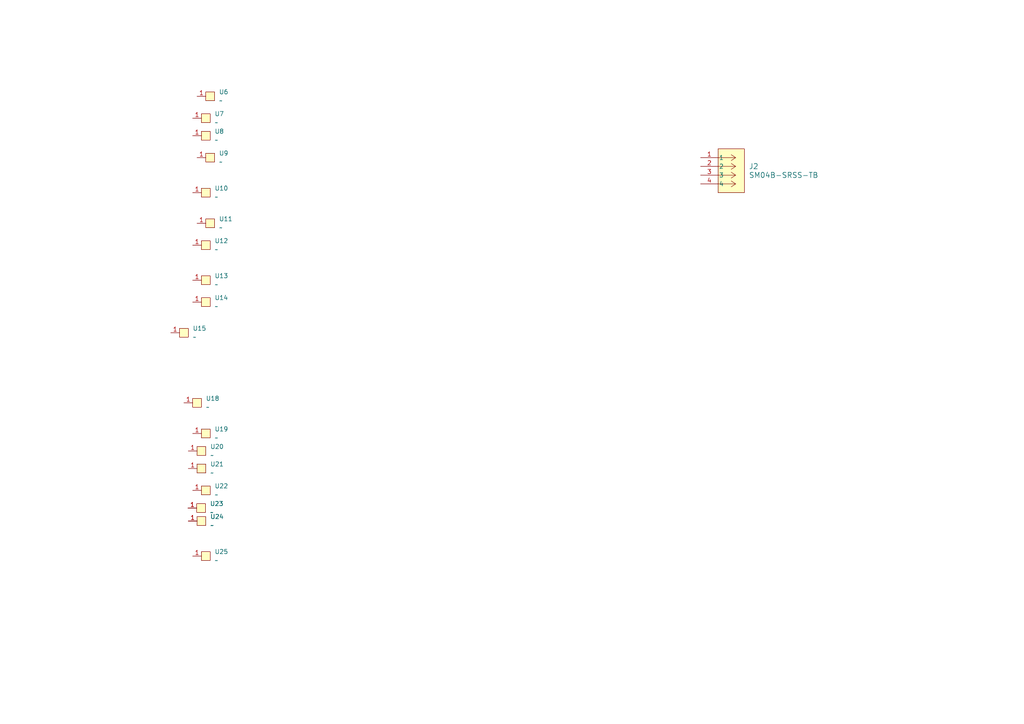
<source format=kicad_sch>
(kicad_sch (version 20250114) (generator "eeschema") (generator_version "9.0")
  (paper "A4")
  (lib_symbols
    (symbol "fcg4:SM04B-SRSS-TB" (pin_names (offset 0.254))
      (property "Reference" "J" (at 8.89 6.35 0))
      (property "Value" "SM04B-SRSS-TB" (at -4.318 6.35 0))
      (symbol "SM04B-SRSS-TB_1_1"
        (rectangle (start 5.08 2.54) (end 12.7 -10.16) (fill (type background)))
        (polyline (pts (xy 10.16 0) (xy 5.08 0)) (stroke (width 0.127)))
        (polyline (pts (xy 10.16 0) (xy 8.89 0.8467)) (stroke (width 0.127)))
        (polyline (pts (xy 10.16 0) (xy 8.89 -0.8467)) (stroke (width 0.127)))
        (polyline (pts (xy 10.16 -2.54) (xy 5.08 -2.54)) (stroke (width 0.127)))
        (polyline (pts (xy 10.16 -2.54) (xy 8.89 -1.6933)) (stroke (width 0.127)))
        (polyline (pts (xy 10.16 -2.54) (xy 8.89 -3.3867)) (stroke (width 0.127)))
        (polyline (pts (xy 10.16 -5.08) (xy 5.08 -5.08)) (stroke (width 0.127)))
        (polyline (pts (xy 10.16 -5.08) (xy 8.89 -4.2333)) (stroke (width 0.127)))
        (polyline (pts (xy 10.16 -5.08) (xy 8.89 -5.9267)) (stroke (width 0.127)))
        (polyline (pts (xy 10.16 -7.62) (xy 5.08 -7.62)) (stroke (width 0.127)))
        (polyline (pts (xy 10.16 -7.62) (xy 8.89 -6.7733)) (stroke (width 0.127)))
        (polyline (pts (xy 10.16 -7.62) (xy 8.89 -8.4667)) (stroke (width 0.127)))
        (pin unspecified line (at 0 0 0) (length 5.08) (name "1") (number "1"))
        (pin unspecified line (at 0 -2.54 0) (length 5.08) (name "2") (number "2"))
        (pin unspecified line (at 0 -5.08 0) (length 5.08) (name "3") (number "3"))
        (pin unspecified line (at 0 -7.62 0) (length 5.08) (name "4") (number "4"))
      )
      (symbol "SM04B-SRSS-TB_1_2"
        (polyline (pts (xy 5.08 2.54) (xy 5.08 -10.16)) (stroke (width 0.127)))
        (polyline (pts (xy 5.08 -10.16) (xy 12.7 -10.16)) (stroke (width 0.127)))
        (polyline (pts (xy 7.62 0) (xy 5.08 0)) (stroke (width 0.127)))
        (polyline (pts (xy 7.62 0) (xy 8.89 0.8467)) (stroke (width 0.127)))
        (polyline (pts (xy 7.62 0) (xy 8.89 -0.8467)) (stroke (width 0.127)))
        (polyline (pts (xy 7.62 -2.54) (xy 5.08 -2.54)) (stroke (width 0.127)))
        (polyline (pts (xy 7.62 -2.54) (xy 8.89 -1.6933)) (stroke (width 0.127)))
        (polyline (pts (xy 7.62 -2.54) (xy 8.89 -3.3867)) (stroke (width 0.127)))
        (polyline (pts (xy 7.62 -5.08) (xy 5.08 -5.08)) (stroke (width 0.127)))
        (polyline (pts (xy 7.62 -5.08) (xy 8.89 -4.2333)) (stroke (width 0.127)))
        (polyline (pts (xy 7.62 -5.08) (xy 8.89 -5.9267)) (stroke (width 0.127)))
        (polyline (pts (xy 7.62 -7.62) (xy 5.08 -7.62)) (stroke (width 0.127)))
        (polyline (pts (xy 7.62 -7.62) (xy 8.89 -6.7733)) (stroke (width 0.127)))
        (polyline (pts (xy 7.62 -7.62) (xy 8.89 -8.4667)) (stroke (width 0.127)))
        (polyline (pts (xy 12.7 2.54) (xy 5.08 2.54)) (stroke (width 0.127)))
        (polyline (pts (xy 12.7 -10.16) (xy 12.7 2.54)) (stroke (width 0.127)))
        (pin unspecified line (at 0 0 0) (length 5.08) (name "1") (number "1"))
        (pin unspecified line (at 0 -2.54 0) (length 5.08) (name "2") (number "2"))
        (pin unspecified line (at 0 -5.08 0) (length 5.08) (name "3") (number "3"))
        (pin unspecified line (at 0 -7.62 0) (length 5.08) (name "4") (number "4"))
      )
    )
    (symbol "fcg4:SolderPad"
      (property "Reference" "U" (at 0 2.794 0))
      (property "Value" "2516" (at 4.064 0 0))
      (symbol "SolderPad_1_1"
        (rectangle (start -1.27 1.27) (end 1.27 -1.27) (fill (type background)))
        (pin bidirectional line (at -3.81 0 0) (length 2.54) (name "") (number "1"))
      )
    )
  )
  (symbol (lib_id "fcg4:SolderPad") (at 53.34 96.52 0) (unit 1)
    (property "Reference" "U15" (at 55.88 95.2499 0) (effects (justify left)))
    (property "Value" "~" (at 55.88 97.7899 0) (effects (justify left)))
    (property "Footprint" "fcg4_fp:soldering_pad" (effects (hide yes)))
  )
  (symbol (lib_id "fcg4:SolderPad") (at 59.69 81.28 0) (unit 1)
    (property "Reference" "U13" (at 62.23 80.0099 0) (effects (justify left)))
    (property "Value" "~" (at 62.23 82.5499 0) (effects (justify left)))
    (property "Footprint" "fcg4_fp:soldering_pad" (effects (hide yes)))
  )
  (symbol (lib_id "fcg4:SolderPad") (at 59.69 142.24 0) (unit 1)
    (property "Reference" "U22" (at 62.23 140.9699 0) (effects (justify left)))
    (property "Value" "~" (at 62.23 143.5099 0) (effects (justify left)))
    (property "Footprint" "fcg4_fp:soldering_pad" (effects (hide yes)))
  )
  (symbol (lib_id "fcg4:SolderPad") (at 59.69 34.29 0) (unit 1)
    (property "Reference" "U7" (at 62.23 33.0199 0) (effects (justify left)))
    (property "Value" "~" (at 62.23 35.5599 0) (effects (justify left)))
    (property "Footprint" "fcg4_fp:soldering_pad" (effects (hide yes)))
  )
  (symbol (lib_id "fcg4:SolderPad") (at 58.42 135.89 0) (unit 1)
    (property "Reference" "U21" (at 60.96 134.6199 0) (effects (justify left)))
    (property "Value" "~" (at 60.96 137.1599 0) (effects (justify left)))
    (property "Footprint" "fcg4_fp:soldering_pad" (effects (hide yes)))
  )
  (symbol (lib_id "fcg4:SolderPad") (at 59.69 87.63 0) (unit 1)
    (property "Reference" "U14" (at 62.23 86.3599 0) (effects (justify left)))
    (property "Value" "~" (at 62.23 88.8999 0) (effects (justify left)))
    (property "Footprint" "fcg4_fp:soldering_pad" (effects (hide yes)))
  )
  (symbol (lib_id "fcg4:SolderPad") (at 59.69 125.73 0) (unit 1)
    (property "Reference" "U19" (at 62.23 124.4599 0) (effects (justify left)))
    (property "Value" "~" (at 62.23 126.9999 0) (effects (justify left)))
    (property "Footprint" "fcg4_fp:soldering_pad" (effects (hide yes)))
  )
  (symbol (lib_id "fcg4:SolderPad") (at 58.3371 147.3656 0) (unit 1)
    (property "Reference" "U23" (at 60.8771 146.0955 0) (effects (justify left)))
    (property "Value" "~" (at 60.8771 148.6355 0) (effects (justify left)))
    (property "Footprint" "fcg4_fp:soldering_pad" (effects (hide yes)))
  )
  (symbol (lib_id "fcg4:SolderPad") (at 58.42 130.81 0) (unit 1)
    (property "Reference" "U20" (at 60.96 129.5399 0) (effects (justify left)))
    (property "Value" "~" (at 60.96 132.0799 0) (effects (justify left)))
    (property "Footprint" "fcg4_fp:soldering_pad" (effects (hide yes)))
  )
  (symbol (lib_id "fcg4:SolderPad") (at 59.69 39.37 0) (unit 1)
    (property "Reference" "U8" (at 62.23 38.0999 0) (effects (justify left)))
    (property "Value" "~" (at 62.23 40.6399 0) (effects (justify left)))
    (property "Footprint" "fcg4_fp:soldering_pad" (effects (hide yes)))
  )
  (symbol (lib_id "fcg4:SolderPad") (at 59.69 55.88 0) (unit 1)
    (property "Reference" "U10" (at 62.23 54.6099 0) (effects (justify left)))
    (property "Value" "~" (at 62.23 57.1499 0) (effects (justify left)))
    (property "Footprint" "fcg4_fp:soldering_pad" (effects (hide yes)))
  )
  (symbol (lib_id "fcg4:SolderPad") (at 60.96 27.94 0) (unit 1)
    (property "Reference" "U6" (at 63.5 26.6699 0) (effects (justify left)))
    (property "Value" "~" (at 63.5 29.2099 0) (effects (justify left)))
    (property "Footprint" "fcg4_fp:soldering_pad" (effects (hide yes)))
  )
  (symbol (lib_id "fcg4:SolderPad") (at 60.96 64.77 0) (unit 1)
    (property "Reference" "U11" (at 63.5 63.4999 0) (effects (justify left)))
    (property "Value" "~" (at 63.5 66.0399 0) (effects (justify left)))
    (property "Footprint" "fcg4_fp:soldering_pad" (effects (hide yes)))
  )
  (symbol (lib_id "fcg4:SolderPad") (at 57.15 116.84 0) (unit 1)
    (property "Reference" "U18" (at 59.69 115.5699 0) (effects (justify left)))
    (property "Value" "~" (at 59.69 118.1099 0) (effects (justify left)))
    (property "Footprint" "fcg4_fp:soldering_pad" (effects (hide yes)))
  )
  (symbol (lib_id "fcg4:SolderPad") (at 58.42 151.13 0) (unit 1)
    (property "Reference" "U24" (at 60.96 149.8599 0) (effects (justify left)))
    (property "Value" "~" (at 60.96 152.3999 0) (effects (justify left)))
    (property "Footprint" "fcg4_fp:soldering_pad" (effects (hide yes)))
  )
  (symbol (lib_id "fcg4:SM04B-SRSS-TB") (at 203.2 45.72 0) (unit 1)
    (property "Reference" "J2" (at 217.17 48.2599 0) (effects (font (size 1.524 1.524)) (justify left)))
    (property "Value" "SM04B-SRSS-TB" (at 217.17 50.7999 0) (effects (font (size 1.524 1.524)) (justify left)))
    (property "Footprint" "fcg4_fp:CONN_SM04B-SRSS-TB_JST" (effects (hide yes)))
    (property "Datasheet" "SM04B-SRSS-TB" (effects (hide yes)))
  )
  (symbol (lib_id "fcg4:SolderPad") (at 59.69 161.29 0) (unit 1)
    (property "Reference" "U25" (at 62.23 160.0199 0) (effects (justify left)))
    (property "Value" "~" (at 62.23 162.5599 0) (effects (justify left)))
    (property "Footprint" "fcg4_fp:soldering_pad" (effects (hide yes)))
  )
  (symbol (lib_id "fcg4:SolderPad") (at 59.69 71.12 0) (unit 1)
    (property "Reference" "U12" (at 62.23 69.8499 0) (effects (justify left)))
    (property "Value" "~" (at 62.23 72.3899 0) (effects (justify left)))
    (property "Footprint" "fcg4_fp:soldering_pad" (effects (hide yes)))
  )
  (symbol (lib_id "fcg4:SolderPad") (at 60.96 45.72 0) (unit 1)
    (property "Reference" "U9" (at 63.5 44.4499 0) (effects (justify left)))
    (property "Value" "~" (at 63.5 46.9899 0) (effects (justify left)))
    (property "Footprint" "fcg4_fp:soldering_pad" (effects (hide yes)))
  )
)
</source>
